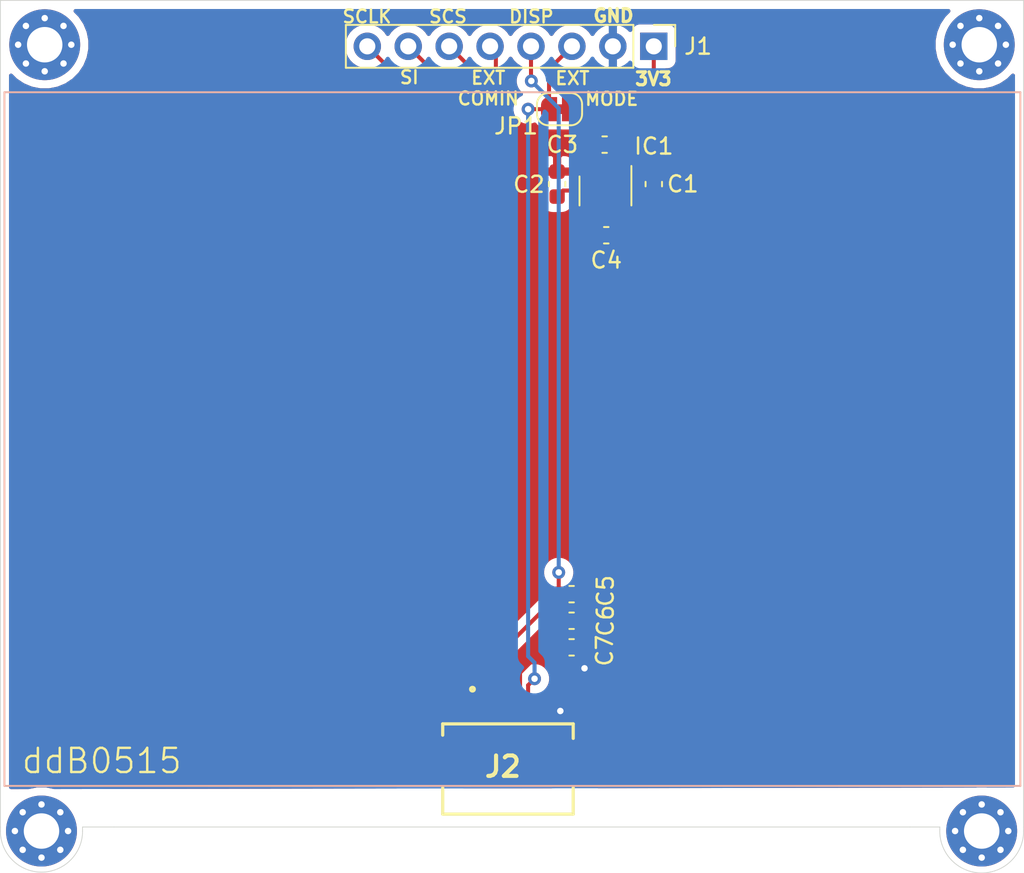
<source format=kicad_pcb>
(kicad_pcb (version 20171130) (host pcbnew 5.1.7-a382d34a8~88~ubuntu20.04.1)

  (general
    (thickness 1.6)
    (drawings 25)
    (tracks 73)
    (zones 0)
    (modules 15)
    (nets 12)
  )

  (page A4)
  (title_block
    (title "LS027B7DH01 Breakout board")
    (date 2020-12-22)
    (rev v1)
    (company ddB0515)
    (comment 1 "Uses 3.3V with LTC1517-5")
  )

  (layers
    (0 F.Cu signal)
    (31 B.Cu signal)
    (32 B.Adhes user)
    (33 F.Adhes user)
    (34 B.Paste user)
    (35 F.Paste user)
    (36 B.SilkS user)
    (37 F.SilkS user)
    (38 B.Mask user)
    (39 F.Mask user)
    (40 Dwgs.User user)
    (41 Cmts.User user)
    (42 Eco1.User user)
    (43 Eco2.User user)
    (44 Edge.Cuts user)
    (45 Margin user)
    (46 B.CrtYd user)
    (47 F.CrtYd user)
    (48 B.Fab user)
    (49 F.Fab user)
  )

  (setup
    (last_trace_width 0.25)
    (trace_clearance 0.2)
    (zone_clearance 0.508)
    (zone_45_only no)
    (trace_min 0.2)
    (via_size 0.8)
    (via_drill 0.4)
    (via_min_size 0.4)
    (via_min_drill 0.3)
    (uvia_size 0.3)
    (uvia_drill 0.1)
    (uvias_allowed no)
    (uvia_min_size 0.2)
    (uvia_min_drill 0.1)
    (edge_width 0.05)
    (segment_width 0.2)
    (pcb_text_width 0.3)
    (pcb_text_size 1.5 1.5)
    (mod_edge_width 0.12)
    (mod_text_size 1 1)
    (mod_text_width 0.15)
    (pad_size 1.524 1.524)
    (pad_drill 0.762)
    (pad_to_mask_clearance 0)
    (aux_axis_origin 0 0)
    (visible_elements FFFFFF7F)
    (pcbplotparams
      (layerselection 0x010fc_ffffffff)
      (usegerberextensions false)
      (usegerberattributes true)
      (usegerberadvancedattributes true)
      (creategerberjobfile true)
      (excludeedgelayer true)
      (linewidth 0.100000)
      (plotframeref false)
      (viasonmask false)
      (mode 1)
      (useauxorigin false)
      (hpglpennumber 1)
      (hpglpenspeed 20)
      (hpglpendiameter 15.000000)
      (psnegative false)
      (psa4output false)
      (plotreference true)
      (plotvalue true)
      (plotinvisibletext false)
      (padsonsilk false)
      (subtractmaskfromsilk false)
      (outputformat 1)
      (mirror false)
      (drillshape 0)
      (scaleselection 1)
      (outputdirectory "./Production"))
  )

  (net 0 "")
  (net 1 /GND)
  (net 2 /3V3)
  (net 3 /5V)
  (net 4 "Net-(C4-Pad2)")
  (net 5 "Net-(C4-Pad1)")
  (net 6 /DISP)
  (net 7 /EXTMODE)
  (net 8 /EXTCOMIN)
  (net 9 /SCS)
  (net 10 /SI)
  (net 11 /SCLK)

  (net_class Default "This is the default net class."
    (clearance 0.2)
    (trace_width 0.25)
    (via_dia 0.8)
    (via_drill 0.4)
    (uvia_dia 0.3)
    (uvia_drill 0.1)
    (add_net /3V3)
    (add_net /5V)
    (add_net /DISP)
    (add_net /EXTCOMIN)
    (add_net /EXTMODE)
    (add_net /GND)
    (add_net /SCLK)
    (add_net /SCS)
    (add_net /SI)
    (add_net "Net-(C4-Pad1)")
    (add_net "Net-(C4-Pad2)")
  )

  (module MountingHole:MountingHole_2.2mm_M2_Pad_Via (layer F.Cu) (tedit 56DDB9C7) (tstamp 5FCB5602)
    (at 89.15 83.55)
    (descr "Mounting Hole 2.2mm, M2")
    (tags "mounting hole 2.2mm m2")
    (path /5FCCB819)
    (attr virtual)
    (fp_text reference H4 (at 0 -3.2) (layer F.SilkS) hide
      (effects (font (size 1 1) (thickness 0.15)))
    )
    (fp_text value MountingHole (at 0 3.2) (layer F.Fab) hide
      (effects (font (size 1 1) (thickness 0.15)))
    )
    (fp_circle (center 0 0) (end 2.2 0) (layer Cmts.User) (width 0.15))
    (fp_circle (center 0 0) (end 2.45 0) (layer F.CrtYd) (width 0.05))
    (fp_text user %R (at 0.3 0) (layer F.Fab)
      (effects (font (size 1 1) (thickness 0.15)))
    )
    (pad 1 thru_hole circle (at 1.166726 -1.166726) (size 0.7 0.7) (drill 0.4) (layers *.Cu *.Mask))
    (pad 1 thru_hole circle (at 0 -1.65) (size 0.7 0.7) (drill 0.4) (layers *.Cu *.Mask))
    (pad 1 thru_hole circle (at -1.166726 -1.166726) (size 0.7 0.7) (drill 0.4) (layers *.Cu *.Mask))
    (pad 1 thru_hole circle (at -1.65 0) (size 0.7 0.7) (drill 0.4) (layers *.Cu *.Mask))
    (pad 1 thru_hole circle (at -1.166726 1.166726) (size 0.7 0.7) (drill 0.4) (layers *.Cu *.Mask))
    (pad 1 thru_hole circle (at 0 1.65) (size 0.7 0.7) (drill 0.4) (layers *.Cu *.Mask))
    (pad 1 thru_hole circle (at 1.166726 1.166726) (size 0.7 0.7) (drill 0.4) (layers *.Cu *.Mask))
    (pad 1 thru_hole circle (at 1.65 0) (size 0.7 0.7) (drill 0.4) (layers *.Cu *.Mask))
    (pad 1 thru_hole circle (at 0 0) (size 4.4 4.4) (drill 2.2) (layers *.Cu *.Mask))
  )

  (module Capacitor_SMD:C_0603_1608Metric (layer F.Cu) (tedit 5F68FEEE) (tstamp 5FCB2B63)
    (at 68.8 43.4 90)
    (descr "Capacitor SMD 0603 (1608 Metric), square (rectangular) end terminal, IPC_7351 nominal, (Body size source: IPC-SM-782 page 76, https://www.pcb-3d.com/wordpress/wp-content/uploads/ipc-sm-782a_amendment_1_and_2.pdf), generated with kicad-footprint-generator")
    (tags capacitor)
    (path /5FCADEB6)
    (attr smd)
    (fp_text reference C1 (at 0 1.8 180) (layer F.SilkS)
      (effects (font (size 1 1) (thickness 0.15)))
    )
    (fp_text value 3.3uF (at 0 1.43 90) (layer F.Fab) hide
      (effects (font (size 1 1) (thickness 0.15)))
    )
    (fp_line (start 1.48 0.73) (end -1.48 0.73) (layer F.CrtYd) (width 0.05))
    (fp_line (start 1.48 -0.73) (end 1.48 0.73) (layer F.CrtYd) (width 0.05))
    (fp_line (start -1.48 -0.73) (end 1.48 -0.73) (layer F.CrtYd) (width 0.05))
    (fp_line (start -1.48 0.73) (end -1.48 -0.73) (layer F.CrtYd) (width 0.05))
    (fp_line (start -0.14058 0.51) (end 0.14058 0.51) (layer F.SilkS) (width 0.12))
    (fp_line (start -0.14058 -0.51) (end 0.14058 -0.51) (layer F.SilkS) (width 0.12))
    (fp_line (start 0.8 0.4) (end -0.8 0.4) (layer F.Fab) (width 0.1))
    (fp_line (start 0.8 -0.4) (end 0.8 0.4) (layer F.Fab) (width 0.1))
    (fp_line (start -0.8 -0.4) (end 0.8 -0.4) (layer F.Fab) (width 0.1))
    (fp_line (start -0.8 0.4) (end -0.8 -0.4) (layer F.Fab) (width 0.1))
    (fp_text user %R (at 0 0 90) (layer F.Fab)
      (effects (font (size 0.4 0.4) (thickness 0.06)))
    )
    (pad 1 smd roundrect (at -0.775 0 90) (size 0.9 0.95) (layers F.Cu F.Paste F.Mask) (roundrect_rratio 0.25)
      (net 1 /GND))
    (pad 2 smd roundrect (at 0.775 0 90) (size 0.9 0.95) (layers F.Cu F.Paste F.Mask) (roundrect_rratio 0.25)
      (net 2 /3V3))
    (model ${KISYS3DMOD}/Capacitor_SMD.3dshapes/C_0603_1608Metric.wrl
      (at (xyz 0 0 0))
      (scale (xyz 1 1 1))
      (rotate (xyz 0 0 0))
    )
  )

  (module Capacitor_SMD:C_0603_1608Metric (layer F.Cu) (tedit 5F68FEEE) (tstamp 5FCB2B74)
    (at 62.8 43.4 90)
    (descr "Capacitor SMD 0603 (1608 Metric), square (rectangular) end terminal, IPC_7351 nominal, (Body size source: IPC-SM-782 page 76, https://www.pcb-3d.com/wordpress/wp-content/uploads/ipc-sm-782a_amendment_1_and_2.pdf), generated with kicad-footprint-generator")
    (tags capacitor)
    (path /5FCADB88)
    (attr smd)
    (fp_text reference C2 (at -0.025 -1.75 180) (layer F.SilkS)
      (effects (font (size 1 1) (thickness 0.15)))
    )
    (fp_text value 3.3uF (at 0 1.43 90) (layer F.Fab) hide
      (effects (font (size 1 1) (thickness 0.15)))
    )
    (fp_line (start -0.8 0.4) (end -0.8 -0.4) (layer F.Fab) (width 0.1))
    (fp_line (start -0.8 -0.4) (end 0.8 -0.4) (layer F.Fab) (width 0.1))
    (fp_line (start 0.8 -0.4) (end 0.8 0.4) (layer F.Fab) (width 0.1))
    (fp_line (start 0.8 0.4) (end -0.8 0.4) (layer F.Fab) (width 0.1))
    (fp_line (start -0.14058 -0.51) (end 0.14058 -0.51) (layer F.SilkS) (width 0.12))
    (fp_line (start -0.14058 0.51) (end 0.14058 0.51) (layer F.SilkS) (width 0.12))
    (fp_line (start -1.48 0.73) (end -1.48 -0.73) (layer F.CrtYd) (width 0.05))
    (fp_line (start -1.48 -0.73) (end 1.48 -0.73) (layer F.CrtYd) (width 0.05))
    (fp_line (start 1.48 -0.73) (end 1.48 0.73) (layer F.CrtYd) (width 0.05))
    (fp_line (start 1.48 0.73) (end -1.48 0.73) (layer F.CrtYd) (width 0.05))
    (fp_text user %R (at 0 0 90) (layer F.Fab)
      (effects (font (size 0.4 0.4) (thickness 0.06)))
    )
    (pad 2 smd roundrect (at 0.775 0 90) (size 0.9 0.95) (layers F.Cu F.Paste F.Mask) (roundrect_rratio 0.25)
      (net 3 /5V))
    (pad 1 smd roundrect (at -0.775 0 90) (size 0.9 0.95) (layers F.Cu F.Paste F.Mask) (roundrect_rratio 0.25)
      (net 1 /GND))
    (model ${KISYS3DMOD}/Capacitor_SMD.3dshapes/C_0603_1608Metric.wrl
      (at (xyz 0 0 0))
      (scale (xyz 1 1 1))
      (rotate (xyz 0 0 0))
    )
  )

  (module Capacitor_SMD:C_0603_1608Metric (layer F.Cu) (tedit 5F68FEEE) (tstamp 5FCB2B85)
    (at 65.75 40.95)
    (descr "Capacitor SMD 0603 (1608 Metric), square (rectangular) end terminal, IPC_7351 nominal, (Body size source: IPC-SM-782 page 76, https://www.pcb-3d.com/wordpress/wp-content/uploads/ipc-sm-782a_amendment_1_and_2.pdf), generated with kicad-footprint-generator")
    (tags capacitor)
    (path /5FCADDF2)
    (attr smd)
    (fp_text reference C3 (at -2.625 0) (layer F.SilkS)
      (effects (font (size 1 1) (thickness 0.15)))
    )
    (fp_text value 3.3uF (at 0 1.43) (layer F.Fab) hide
      (effects (font (size 1 1) (thickness 0.15)))
    )
    (fp_line (start 1.48 0.73) (end -1.48 0.73) (layer F.CrtYd) (width 0.05))
    (fp_line (start 1.48 -0.73) (end 1.48 0.73) (layer F.CrtYd) (width 0.05))
    (fp_line (start -1.48 -0.73) (end 1.48 -0.73) (layer F.CrtYd) (width 0.05))
    (fp_line (start -1.48 0.73) (end -1.48 -0.73) (layer F.CrtYd) (width 0.05))
    (fp_line (start -0.14058 0.51) (end 0.14058 0.51) (layer F.SilkS) (width 0.12))
    (fp_line (start -0.14058 -0.51) (end 0.14058 -0.51) (layer F.SilkS) (width 0.12))
    (fp_line (start 0.8 0.4) (end -0.8 0.4) (layer F.Fab) (width 0.1))
    (fp_line (start 0.8 -0.4) (end 0.8 0.4) (layer F.Fab) (width 0.1))
    (fp_line (start -0.8 -0.4) (end 0.8 -0.4) (layer F.Fab) (width 0.1))
    (fp_line (start -0.8 0.4) (end -0.8 -0.4) (layer F.Fab) (width 0.1))
    (fp_text user %R (at 0 0) (layer F.Fab)
      (effects (font (size 0.4 0.4) (thickness 0.06)))
    )
    (pad 1 smd roundrect (at -0.775 0) (size 0.9 0.95) (layers F.Cu F.Paste F.Mask) (roundrect_rratio 0.25)
      (net 3 /5V))
    (pad 2 smd roundrect (at 0.775 0) (size 0.9 0.95) (layers F.Cu F.Paste F.Mask) (roundrect_rratio 0.25)
      (net 1 /GND))
    (model ${KISYS3DMOD}/Capacitor_SMD.3dshapes/C_0603_1608Metric.wrl
      (at (xyz 0 0 0))
      (scale (xyz 1 1 1))
      (rotate (xyz 0 0 0))
    )
  )

  (module Capacitor_SMD:C_0603_1608Metric (layer F.Cu) (tedit 5F68FEEE) (tstamp 5FCB3C99)
    (at 65.85 46.575)
    (descr "Capacitor SMD 0603 (1608 Metric), square (rectangular) end terminal, IPC_7351 nominal, (Body size source: IPC-SM-782 page 76, https://www.pcb-3d.com/wordpress/wp-content/uploads/ipc-sm-782a_amendment_1_and_2.pdf), generated with kicad-footprint-generator")
    (tags capacitor)
    (path /5FCAE48D)
    (attr smd)
    (fp_text reference C4 (at 0 1.55) (layer F.SilkS)
      (effects (font (size 1 1) (thickness 0.15)))
    )
    (fp_text value 0.1uF (at 0 1.43) (layer F.Fab) hide
      (effects (font (size 1 1) (thickness 0.15)))
    )
    (fp_line (start -0.8 0.4) (end -0.8 -0.4) (layer F.Fab) (width 0.1))
    (fp_line (start -0.8 -0.4) (end 0.8 -0.4) (layer F.Fab) (width 0.1))
    (fp_line (start 0.8 -0.4) (end 0.8 0.4) (layer F.Fab) (width 0.1))
    (fp_line (start 0.8 0.4) (end -0.8 0.4) (layer F.Fab) (width 0.1))
    (fp_line (start -0.14058 -0.51) (end 0.14058 -0.51) (layer F.SilkS) (width 0.12))
    (fp_line (start -0.14058 0.51) (end 0.14058 0.51) (layer F.SilkS) (width 0.12))
    (fp_line (start -1.48 0.73) (end -1.48 -0.73) (layer F.CrtYd) (width 0.05))
    (fp_line (start -1.48 -0.73) (end 1.48 -0.73) (layer F.CrtYd) (width 0.05))
    (fp_line (start 1.48 -0.73) (end 1.48 0.73) (layer F.CrtYd) (width 0.05))
    (fp_line (start 1.48 0.73) (end -1.48 0.73) (layer F.CrtYd) (width 0.05))
    (fp_text user %R (at 0 0) (layer F.Fab)
      (effects (font (size 0.4 0.4) (thickness 0.06)))
    )
    (pad 2 smd roundrect (at 0.775 0) (size 0.9 0.95) (layers F.Cu F.Paste F.Mask) (roundrect_rratio 0.25)
      (net 4 "Net-(C4-Pad2)"))
    (pad 1 smd roundrect (at -0.775 0) (size 0.9 0.95) (layers F.Cu F.Paste F.Mask) (roundrect_rratio 0.25)
      (net 5 "Net-(C4-Pad1)"))
    (model ${KISYS3DMOD}/Capacitor_SMD.3dshapes/C_0603_1608Metric.wrl
      (at (xyz 0 0 0))
      (scale (xyz 1 1 1))
      (rotate (xyz 0 0 0))
    )
  )

  (module Capacitor_SMD:C_0603_1608Metric (layer F.Cu) (tedit 5F68FEEE) (tstamp 5FCB4D49)
    (at 63.7 68.85 180)
    (descr "Capacitor SMD 0603 (1608 Metric), square (rectangular) end terminal, IPC_7351 nominal, (Body size source: IPC-SM-782 page 76, https://www.pcb-3d.com/wordpress/wp-content/uploads/ipc-sm-782a_amendment_1_and_2.pdf), generated with kicad-footprint-generator")
    (tags capacitor)
    (path /5FCAB224)
    (attr smd)
    (fp_text reference C5 (at -2.1 0.2 270) (layer F.SilkS)
      (effects (font (size 1 1) (thickness 0.15)))
    )
    (fp_text value 0.1uF (at 0 1.43) (layer F.Fab) hide
      (effects (font (size 1 1) (thickness 0.15)))
    )
    (fp_line (start -0.8 0.4) (end -0.8 -0.4) (layer F.Fab) (width 0.1))
    (fp_line (start -0.8 -0.4) (end 0.8 -0.4) (layer F.Fab) (width 0.1))
    (fp_line (start 0.8 -0.4) (end 0.8 0.4) (layer F.Fab) (width 0.1))
    (fp_line (start 0.8 0.4) (end -0.8 0.4) (layer F.Fab) (width 0.1))
    (fp_line (start -0.14058 -0.51) (end 0.14058 -0.51) (layer F.SilkS) (width 0.12))
    (fp_line (start -0.14058 0.51) (end 0.14058 0.51) (layer F.SilkS) (width 0.12))
    (fp_line (start -1.48 0.73) (end -1.48 -0.73) (layer F.CrtYd) (width 0.05))
    (fp_line (start -1.48 -0.73) (end 1.48 -0.73) (layer F.CrtYd) (width 0.05))
    (fp_line (start 1.48 -0.73) (end 1.48 0.73) (layer F.CrtYd) (width 0.05))
    (fp_line (start 1.48 0.73) (end -1.48 0.73) (layer F.CrtYd) (width 0.05))
    (fp_text user %R (at 0 0) (layer F.Fab)
      (effects (font (size 0.4 0.4) (thickness 0.06)))
    )
    (pad 2 smd roundrect (at 0.775 0 180) (size 0.9 0.95) (layers F.Cu F.Paste F.Mask) (roundrect_rratio 0.25)
      (net 6 /DISP))
    (pad 1 smd roundrect (at -0.775 0 180) (size 0.9 0.95) (layers F.Cu F.Paste F.Mask) (roundrect_rratio 0.25)
      (net 1 /GND))
    (model ${KISYS3DMOD}/Capacitor_SMD.3dshapes/C_0603_1608Metric.wrl
      (at (xyz 0 0 0))
      (scale (xyz 1 1 1))
      (rotate (xyz 0 0 0))
    )
  )

  (module Capacitor_SMD:C_0603_1608Metric (layer F.Cu) (tedit 5F68FEEE) (tstamp 5FCB4D19)
    (at 63.7 70.5)
    (descr "Capacitor SMD 0603 (1608 Metric), square (rectangular) end terminal, IPC_7351 nominal, (Body size source: IPC-SM-782 page 76, https://www.pcb-3d.com/wordpress/wp-content/uploads/ipc-sm-782a_amendment_1_and_2.pdf), generated with kicad-footprint-generator")
    (tags capacitor)
    (path /5FCAAEFF)
    (attr smd)
    (fp_text reference C6 (at 2.1 0 270) (layer F.SilkS)
      (effects (font (size 1 1) (thickness 0.15)))
    )
    (fp_text value 0.1uF (at 0 1.43) (layer F.Fab) hide
      (effects (font (size 1 1) (thickness 0.15)))
    )
    (fp_line (start 1.48 0.73) (end -1.48 0.73) (layer F.CrtYd) (width 0.05))
    (fp_line (start 1.48 -0.73) (end 1.48 0.73) (layer F.CrtYd) (width 0.05))
    (fp_line (start -1.48 -0.73) (end 1.48 -0.73) (layer F.CrtYd) (width 0.05))
    (fp_line (start -1.48 0.73) (end -1.48 -0.73) (layer F.CrtYd) (width 0.05))
    (fp_line (start -0.14058 0.51) (end 0.14058 0.51) (layer F.SilkS) (width 0.12))
    (fp_line (start -0.14058 -0.51) (end 0.14058 -0.51) (layer F.SilkS) (width 0.12))
    (fp_line (start 0.8 0.4) (end -0.8 0.4) (layer F.Fab) (width 0.1))
    (fp_line (start 0.8 -0.4) (end 0.8 0.4) (layer F.Fab) (width 0.1))
    (fp_line (start -0.8 -0.4) (end 0.8 -0.4) (layer F.Fab) (width 0.1))
    (fp_line (start -0.8 0.4) (end -0.8 -0.4) (layer F.Fab) (width 0.1))
    (fp_text user %R (at 0 0) (layer F.Fab)
      (effects (font (size 0.4 0.4) (thickness 0.06)))
    )
    (pad 1 smd roundrect (at -0.775 0) (size 0.9 0.95) (layers F.Cu F.Paste F.Mask) (roundrect_rratio 0.25)
      (net 3 /5V))
    (pad 2 smd roundrect (at 0.775 0) (size 0.9 0.95) (layers F.Cu F.Paste F.Mask) (roundrect_rratio 0.25)
      (net 1 /GND))
    (model ${KISYS3DMOD}/Capacitor_SMD.3dshapes/C_0603_1608Metric.wrl
      (at (xyz 0 0 0))
      (scale (xyz 1 1 1))
      (rotate (xyz 0 0 0))
    )
  )

  (module Capacitor_SMD:C_0603_1608Metric (layer F.Cu) (tedit 5F68FEEE) (tstamp 5FCB4CE9)
    (at 63.7 72.15)
    (descr "Capacitor SMD 0603 (1608 Metric), square (rectangular) end terminal, IPC_7351 nominal, (Body size source: IPC-SM-782 page 76, https://www.pcb-3d.com/wordpress/wp-content/uploads/ipc-sm-782a_amendment_1_and_2.pdf), generated with kicad-footprint-generator")
    (tags capacitor)
    (path /5FCAB50D)
    (attr smd)
    (fp_text reference C7 (at 2.05 0.2 270) (layer F.SilkS)
      (effects (font (size 1 1) (thickness 0.15)))
    )
    (fp_text value 1uF (at 0 1.43) (layer F.Fab) hide
      (effects (font (size 1 1) (thickness 0.15)))
    )
    (fp_line (start 1.48 0.73) (end -1.48 0.73) (layer F.CrtYd) (width 0.05))
    (fp_line (start 1.48 -0.73) (end 1.48 0.73) (layer F.CrtYd) (width 0.05))
    (fp_line (start -1.48 -0.73) (end 1.48 -0.73) (layer F.CrtYd) (width 0.05))
    (fp_line (start -1.48 0.73) (end -1.48 -0.73) (layer F.CrtYd) (width 0.05))
    (fp_line (start -0.14058 0.51) (end 0.14058 0.51) (layer F.SilkS) (width 0.12))
    (fp_line (start -0.14058 -0.51) (end 0.14058 -0.51) (layer F.SilkS) (width 0.12))
    (fp_line (start 0.8 0.4) (end -0.8 0.4) (layer F.Fab) (width 0.1))
    (fp_line (start 0.8 -0.4) (end 0.8 0.4) (layer F.Fab) (width 0.1))
    (fp_line (start -0.8 -0.4) (end 0.8 -0.4) (layer F.Fab) (width 0.1))
    (fp_line (start -0.8 0.4) (end -0.8 -0.4) (layer F.Fab) (width 0.1))
    (fp_text user %R (at 0 0) (layer F.Fab)
      (effects (font (size 0.4 0.4) (thickness 0.06)))
    )
    (pad 1 smd roundrect (at -0.775 0) (size 0.9 0.95) (layers F.Cu F.Paste F.Mask) (roundrect_rratio 0.25)
      (net 3 /5V))
    (pad 2 smd roundrect (at 0.775 0) (size 0.9 0.95) (layers F.Cu F.Paste F.Mask) (roundrect_rratio 0.25)
      (net 1 /GND))
    (model ${KISYS3DMOD}/Capacitor_SMD.3dshapes/C_0603_1608Metric.wrl
      (at (xyz 0 0 0))
      (scale (xyz 1 1 1))
      (rotate (xyz 0 0 0))
    )
  )

  (module Package_TO_SOT_SMD:SOT-23-5 (layer F.Cu) (tedit 5A02FF57) (tstamp 5FCB2C1E)
    (at 65.8 43.825 270)
    (descr "5-pin SOT23 package")
    (tags SOT-23-5)
    (path /5FCABA8C)
    (attr smd)
    (fp_text reference IC1 (at -2.775 -3 180) (layer F.SilkS)
      (effects (font (size 1 1) (thickness 0.15)))
    )
    (fp_text value LTC1517CS5-5 (at 0 2.9 90) (layer F.Fab) hide
      (effects (font (size 1 1) (thickness 0.15)))
    )
    (fp_line (start 0.9 -1.55) (end 0.9 1.55) (layer F.Fab) (width 0.1))
    (fp_line (start 0.9 1.55) (end -0.9 1.55) (layer F.Fab) (width 0.1))
    (fp_line (start -0.9 -0.9) (end -0.9 1.55) (layer F.Fab) (width 0.1))
    (fp_line (start 0.9 -1.55) (end -0.25 -1.55) (layer F.Fab) (width 0.1))
    (fp_line (start -0.9 -0.9) (end -0.25 -1.55) (layer F.Fab) (width 0.1))
    (fp_line (start -1.9 1.8) (end -1.9 -1.8) (layer F.CrtYd) (width 0.05))
    (fp_line (start 1.9 1.8) (end -1.9 1.8) (layer F.CrtYd) (width 0.05))
    (fp_line (start 1.9 -1.8) (end 1.9 1.8) (layer F.CrtYd) (width 0.05))
    (fp_line (start -1.9 -1.8) (end 1.9 -1.8) (layer F.CrtYd) (width 0.05))
    (fp_line (start 0.9 -1.61) (end -1.55 -1.61) (layer F.SilkS) (width 0.12))
    (fp_line (start -0.9 1.61) (end 0.9 1.61) (layer F.SilkS) (width 0.12))
    (fp_text user %R (at 0 0) (layer F.Fab)
      (effects (font (size 0.5 0.5) (thickness 0.075)))
    )
    (pad 1 smd rect (at -1.1 -0.95 270) (size 1.06 0.65) (layers F.Cu F.Paste F.Mask)
      (net 2 /3V3))
    (pad 2 smd rect (at -1.1 0 270) (size 1.06 0.65) (layers F.Cu F.Paste F.Mask)
      (net 1 /GND))
    (pad 3 smd rect (at -1.1 0.95 270) (size 1.06 0.65) (layers F.Cu F.Paste F.Mask)
      (net 3 /5V))
    (pad 4 smd rect (at 1.1 0.95 270) (size 1.06 0.65) (layers F.Cu F.Paste F.Mask)
      (net 5 "Net-(C4-Pad1)"))
    (pad 5 smd rect (at 1.1 -0.95 270) (size 1.06 0.65) (layers F.Cu F.Paste F.Mask)
      (net 4 "Net-(C4-Pad2)"))
    (model ${KISYS3DMOD}/Package_TO_SOT_SMD.3dshapes/SOT-23-5.wrl
      (at (xyz 0 0 0))
      (scale (xyz 1 1 1))
      (rotate (xyz 0 0 0))
    )
  )

  (module Connector_PinHeader_2.54mm:PinHeader_1x08_P2.54mm_Vertical locked (layer F.Cu) (tedit 59FED5CC) (tstamp 5FCB45AC)
    (at 68.8 34.85 270)
    (descr "Through hole straight pin header, 1x08, 2.54mm pitch, single row")
    (tags "Through hole pin header THT 1x08 2.54mm single row")
    (path /5FCABC96)
    (fp_text reference J1 (at 0 -2.75 180) (layer F.SilkS)
      (effects (font (size 1 1) (thickness 0.15)))
    )
    (fp_text value "CONTROL CONNECTOR" (at -2 9.75 180) (layer F.Fab) hide
      (effects (font (size 1 1) (thickness 0.15)))
    )
    (fp_line (start 1.8 -1.8) (end -1.8 -1.8) (layer F.CrtYd) (width 0.05))
    (fp_line (start 1.8 19.55) (end 1.8 -1.8) (layer F.CrtYd) (width 0.05))
    (fp_line (start -1.8 19.55) (end 1.8 19.55) (layer F.CrtYd) (width 0.05))
    (fp_line (start -1.8 -1.8) (end -1.8 19.55) (layer F.CrtYd) (width 0.05))
    (fp_line (start -1.33 -1.33) (end 0 -1.33) (layer F.SilkS) (width 0.12))
    (fp_line (start -1.33 0) (end -1.33 -1.33) (layer F.SilkS) (width 0.12))
    (fp_line (start -1.33 1.27) (end 1.33 1.27) (layer F.SilkS) (width 0.12))
    (fp_line (start 1.33 1.27) (end 1.33 19.11) (layer F.SilkS) (width 0.12))
    (fp_line (start -1.33 1.27) (end -1.33 19.11) (layer F.SilkS) (width 0.12))
    (fp_line (start -1.33 19.11) (end 1.33 19.11) (layer F.SilkS) (width 0.12))
    (fp_line (start -1.27 -0.635) (end -0.635 -1.27) (layer F.Fab) (width 0.1))
    (fp_line (start -1.27 19.05) (end -1.27 -0.635) (layer F.Fab) (width 0.1))
    (fp_line (start 1.27 19.05) (end -1.27 19.05) (layer F.Fab) (width 0.1))
    (fp_line (start 1.27 -1.27) (end 1.27 19.05) (layer F.Fab) (width 0.1))
    (fp_line (start -0.635 -1.27) (end 1.27 -1.27) (layer F.Fab) (width 0.1))
    (fp_text user %R (at 0 8.89) (layer F.Fab)
      (effects (font (size 1 1) (thickness 0.15)))
    )
    (pad 1 thru_hole rect (at 0 0 270) (size 1.7 1.7) (drill 1) (layers *.Cu *.Mask)
      (net 2 /3V3))
    (pad 2 thru_hole oval (at 0 2.54 270) (size 1.7 1.7) (drill 1) (layers *.Cu *.Mask)
      (net 1 /GND))
    (pad 3 thru_hole oval (at 0 5.08 270) (size 1.7 1.7) (drill 1) (layers *.Cu *.Mask)
      (net 7 /EXTMODE))
    (pad 4 thru_hole oval (at 0 7.62 270) (size 1.7 1.7) (drill 1) (layers *.Cu *.Mask)
      (net 6 /DISP))
    (pad 5 thru_hole oval (at 0 10.16 270) (size 1.7 1.7) (drill 1) (layers *.Cu *.Mask)
      (net 8 /EXTCOMIN))
    (pad 6 thru_hole oval (at 0 12.7 270) (size 1.7 1.7) (drill 1) (layers *.Cu *.Mask)
      (net 9 /SCS))
    (pad 7 thru_hole oval (at 0 15.24 270) (size 1.7 1.7) (drill 1) (layers *.Cu *.Mask)
      (net 10 /SI))
    (pad 8 thru_hole oval (at 0 17.78 270) (size 1.7 1.7) (drill 1) (layers *.Cu *.Mask)
      (net 11 /SCLK))
    (model ${KISYS3DMOD}/Connector_PinHeader_2.54mm.3dshapes/PinHeader_1x08_P2.54mm_Vertical.wrl
      (at (xyz 0 0 0))
      (scale (xyz 1 1 1))
      (rotate (xyz 0 0 0))
    )
  )

  (module Connectors_pretty:FH12-10S-0.5SH_55 locked (layer F.Cu) (tedit 5FCAC285) (tstamp 5FCB4765)
    (at 59.75 76.1)
    (descr "FH12-10S-0.5SH(55)")
    (tags Connector)
    (path /5FC43545)
    (attr smd)
    (fp_text reference J2 (at -0.31509 3.45389) (layer F.SilkS)
      (effects (font (size 1.27 1.27) (thickness 0.254)))
    )
    (fp_text value LS027B7DH01 (at -0.31509 3.45389) (layer F.SilkS) hide
      (effects (font (size 1.27 1.27) (thickness 0.254)))
    )
    (fp_circle (center -2.203 -1.353) (end -2.203 -1.23984) (layer F.SilkS) (width 0.2))
    (fp_line (start 4.05 0.8) (end 4.05 1.7) (layer F.SilkS) (width 0.2))
    (fp_line (start -4.05 0.8) (end -4.05 1.5) (layer F.SilkS) (width 0.2))
    (fp_line (start -4.05 0.8) (end 4.05 0.8) (layer F.SilkS) (width 0.2))
    (fp_line (start 4.05 6.4) (end 4.05 4.76) (layer F.SilkS) (width 0.2))
    (fp_line (start -4.05 6.4) (end -4.05 4.76) (layer F.SilkS) (width 0.2))
    (fp_line (start -4.05 6.4) (end 4.05 6.4) (layer F.SilkS) (width 0.2))
    (fp_line (start -4.05 6.4) (end -4.05 0.8) (layer F.Fab) (width 0.2))
    (fp_line (start 4.05 6.4) (end -4.05 6.4) (layer F.Fab) (width 0.2))
    (fp_line (start 4.05 0.8) (end 4.05 6.4) (layer F.Fab) (width 0.2))
    (fp_line (start -4.05 0.8) (end 4.05 0.8) (layer F.Fab) (width 0.2))
    (fp_text user %R (at -0.31509 3.45389) (layer F.Fab)
      (effects (font (size 1.27 1.27) (thickness 0.254)))
    )
    (pad 12 smd rect (at 4.15 3.25) (size 1.8 2.2) (layers F.Cu F.Paste F.Mask))
    (pad 11 smd rect (at -4.15 3.25) (size 1.8 2.2) (layers F.Cu F.Paste F.Mask))
    (pad 10 smd rect (at 2.25 0) (size 0.3 1.3) (layers F.Cu F.Paste F.Mask)
      (net 1 /GND))
    (pad 9 smd rect (at 1.75 0) (size 0.3 1.3) (layers F.Cu F.Paste F.Mask)
      (net 1 /GND))
    (pad 8 smd rect (at 1.25 0) (size 0.3 1.3) (layers F.Cu F.Paste F.Mask)
      (net 7 /EXTMODE))
    (pad 7 smd rect (at 0.75 0) (size 0.3 1.3) (layers F.Cu F.Paste F.Mask)
      (net 3 /5V))
    (pad 6 smd rect (at 0.25 0) (size 0.3 1.3) (layers F.Cu F.Paste F.Mask)
      (net 3 /5V))
    (pad 5 smd rect (at -0.25 0) (size 0.3 1.3) (layers F.Cu F.Paste F.Mask)
      (net 6 /DISP))
    (pad 4 smd rect (at -0.75 0) (size 0.3 1.3) (layers F.Cu F.Paste F.Mask)
      (net 8 /EXTCOMIN))
    (pad 3 smd rect (at -1.25 0) (size 0.3 1.3) (layers F.Cu F.Paste F.Mask)
      (net 9 /SCS))
    (pad 2 smd rect (at -1.75 0) (size 0.3 1.3) (layers F.Cu F.Paste F.Mask)
      (net 10 /SI))
    (pad 1 smd rect (at -2.25 0) (size 0.3 1.3) (layers F.Cu F.Paste F.Mask)
      (net 11 /SCLK))
    (model ${KIPRJMOD}/kicad-libs/Connectors.pretty/FH12-10S-0.5SH_55.stp
      (offset (xyz -10.7 -4.1 2))
      (scale (xyz 1 1 1))
      (rotate (xyz 0 90 -180))
    )
  )

  (module Jumper:SolderJumper-2_P1.3mm_Bridged_RoundedPad1.0x1.5mm (layer F.Cu) (tedit 5C745284) (tstamp 5FCB3A9F)
    (at 62.95 38.75)
    (descr "SMD Solder Jumper, 1x1.5mm, rounded Pads, 0.3mm gap, bridged with 1 copper strip")
    (tags "solder jumper open")
    (path /5FCBBDD1)
    (attr virtual)
    (fp_text reference JP1 (at -2.7 1.05) (layer F.SilkS)
      (effects (font (size 1 1) (thickness 0.15)))
    )
    (fp_text value "CUT FOR DIRECT PIN DRIVE" (at 12.2 0) (layer F.Fab) hide
      (effects (font (size 1 1) (thickness 0.15)))
    )
    (fp_poly (pts (xy 0.25 -0.3) (xy -0.25 -0.3) (xy -0.25 0.3) (xy 0.25 0.3)) (layer F.Cu) (width 0))
    (fp_line (start 1.65 1.25) (end -1.65 1.25) (layer F.CrtYd) (width 0.05))
    (fp_line (start 1.65 1.25) (end 1.65 -1.25) (layer F.CrtYd) (width 0.05))
    (fp_line (start -1.65 -1.25) (end -1.65 1.25) (layer F.CrtYd) (width 0.05))
    (fp_line (start -1.65 -1.25) (end 1.65 -1.25) (layer F.CrtYd) (width 0.05))
    (fp_line (start -0.7 -1) (end 0.7 -1) (layer F.SilkS) (width 0.12))
    (fp_line (start 1.4 -0.3) (end 1.4 0.3) (layer F.SilkS) (width 0.12))
    (fp_line (start 0.7 1) (end -0.7 1) (layer F.SilkS) (width 0.12))
    (fp_line (start -1.4 0.3) (end -1.4 -0.3) (layer F.SilkS) (width 0.12))
    (fp_arc (start 0.7 -0.3) (end 1.4 -0.3) (angle -90) (layer F.SilkS) (width 0.12))
    (fp_arc (start 0.7 0.3) (end 0.7 1) (angle -90) (layer F.SilkS) (width 0.12))
    (fp_arc (start -0.7 0.3) (end -1.4 0.3) (angle -90) (layer F.SilkS) (width 0.12))
    (fp_arc (start -0.7 -0.3) (end -0.7 -1) (angle -90) (layer F.SilkS) (width 0.12))
    (pad 2 smd custom (at 0.65 0) (size 1 0.5) (layers F.Cu F.Mask)
      (net 1 /GND) (zone_connect 2)
      (options (clearance outline) (anchor rect))
      (primitives
        (gr_circle (center 0 0.25) (end 0.5 0.25) (width 0))
        (gr_circle (center 0 -0.25) (end 0.5 -0.25) (width 0))
        (gr_poly (pts
           (xy 0 -0.75) (xy -0.5 -0.75) (xy -0.5 0.75) (xy 0 0.75)) (width 0))
      ))
    (pad 1 smd custom (at -0.65 0) (size 1 0.5) (layers F.Cu F.Mask)
      (net 7 /EXTMODE) (zone_connect 2)
      (options (clearance outline) (anchor rect))
      (primitives
        (gr_circle (center 0 0.25) (end 0.5 0.25) (width 0))
        (gr_circle (center 0 -0.25) (end 0.5 -0.25) (width 0))
        (gr_poly (pts
           (xy 0 -0.75) (xy 0.5 -0.75) (xy 0.5 0.75) (xy 0 0.75)) (width 0))
      ))
  )

  (module MountingHole:MountingHole_2.2mm_M2_Pad_Via (layer F.Cu) (tedit 56DDB9C7) (tstamp 5FCB55B6)
    (at 31 34.75)
    (descr "Mounting Hole 2.2mm, M2")
    (tags "mounting hole 2.2mm m2")
    (path /5FCCB04B)
    (attr virtual)
    (fp_text reference H1 (at 0 -3.2) (layer F.SilkS) hide
      (effects (font (size 1 1) (thickness 0.15)))
    )
    (fp_text value MountingHole (at 0 3.2) (layer F.Fab) hide
      (effects (font (size 1 1) (thickness 0.15)))
    )
    (fp_circle (center 0 0) (end 2.45 0) (layer F.CrtYd) (width 0.05))
    (fp_circle (center 0 0) (end 2.2 0) (layer Cmts.User) (width 0.15))
    (fp_text user %R (at 0.3 0) (layer F.Fab)
      (effects (font (size 1 1) (thickness 0.15)))
    )
    (pad 1 thru_hole circle (at 0 0) (size 4.4 4.4) (drill 2.2) (layers *.Cu *.Mask))
    (pad 1 thru_hole circle (at 1.65 0) (size 0.7 0.7) (drill 0.4) (layers *.Cu *.Mask))
    (pad 1 thru_hole circle (at 1.166726 1.166726) (size 0.7 0.7) (drill 0.4) (layers *.Cu *.Mask))
    (pad 1 thru_hole circle (at 0 1.65) (size 0.7 0.7) (drill 0.4) (layers *.Cu *.Mask))
    (pad 1 thru_hole circle (at -1.166726 1.166726) (size 0.7 0.7) (drill 0.4) (layers *.Cu *.Mask))
    (pad 1 thru_hole circle (at -1.65 0) (size 0.7 0.7) (drill 0.4) (layers *.Cu *.Mask))
    (pad 1 thru_hole circle (at -1.166726 -1.166726) (size 0.7 0.7) (drill 0.4) (layers *.Cu *.Mask))
    (pad 1 thru_hole circle (at 0 -1.65) (size 0.7 0.7) (drill 0.4) (layers *.Cu *.Mask))
    (pad 1 thru_hole circle (at 1.166726 -1.166726) (size 0.7 0.7) (drill 0.4) (layers *.Cu *.Mask))
  )

  (module MountingHole:MountingHole_2.2mm_M2_Pad_Via (layer F.Cu) (tedit 56DDB9C7) (tstamp 5FCB569A)
    (at 89 34.75)
    (descr "Mounting Hole 2.2mm, M2")
    (tags "mounting hole 2.2mm m2")
    (path /5FCCB241)
    (attr virtual)
    (fp_text reference H2 (at 0 -3.2) (layer F.SilkS) hide
      (effects (font (size 1 1) (thickness 0.15)))
    )
    (fp_text value MountingHole (at 0 3.2) (layer F.Fab) hide
      (effects (font (size 1 1) (thickness 0.15)))
    )
    (fp_circle (center 0 0) (end 2.2 0) (layer Cmts.User) (width 0.15))
    (fp_circle (center 0 0) (end 2.45 0) (layer F.CrtYd) (width 0.05))
    (fp_text user %R (at 0.3 0) (layer F.Fab)
      (effects (font (size 1 1) (thickness 0.15)))
    )
    (pad 1 thru_hole circle (at 1.166726 -1.166726) (size 0.7 0.7) (drill 0.4) (layers *.Cu *.Mask))
    (pad 1 thru_hole circle (at 0 -1.65) (size 0.7 0.7) (drill 0.4) (layers *.Cu *.Mask))
    (pad 1 thru_hole circle (at -1.166726 -1.166726) (size 0.7 0.7) (drill 0.4) (layers *.Cu *.Mask))
    (pad 1 thru_hole circle (at -1.65 0) (size 0.7 0.7) (drill 0.4) (layers *.Cu *.Mask))
    (pad 1 thru_hole circle (at -1.166726 1.166726) (size 0.7 0.7) (drill 0.4) (layers *.Cu *.Mask))
    (pad 1 thru_hole circle (at 0 1.65) (size 0.7 0.7) (drill 0.4) (layers *.Cu *.Mask))
    (pad 1 thru_hole circle (at 1.166726 1.166726) (size 0.7 0.7) (drill 0.4) (layers *.Cu *.Mask))
    (pad 1 thru_hole circle (at 1.65 0) (size 0.7 0.7) (drill 0.4) (layers *.Cu *.Mask))
    (pad 1 thru_hole circle (at 0 0) (size 4.4 4.4) (drill 2.2) (layers *.Cu *.Mask))
  )

  (module MountingHole:MountingHole_2.2mm_M2_Pad_Via (layer F.Cu) (tedit 56DDB9C7) (tstamp 5FCB556A)
    (at 30.8 83.55)
    (descr "Mounting Hole 2.2mm, M2")
    (tags "mounting hole 2.2mm m2")
    (path /5FCCB40E)
    (attr virtual)
    (fp_text reference H3 (at 0 -3.2) (layer F.SilkS) hide
      (effects (font (size 1 1) (thickness 0.15)))
    )
    (fp_text value MountingHole (at 0 3.2) (layer F.Fab) hide
      (effects (font (size 1 1) (thickness 0.15)))
    )
    (fp_circle (center 0 0) (end 2.45 0) (layer F.CrtYd) (width 0.05))
    (fp_circle (center 0 0) (end 2.2 0) (layer Cmts.User) (width 0.15))
    (fp_text user %R (at 0.3 0) (layer F.Fab)
      (effects (font (size 1 1) (thickness 0.15)))
    )
    (pad 1 thru_hole circle (at 0 0) (size 4.4 4.4) (drill 2.2) (layers *.Cu *.Mask))
    (pad 1 thru_hole circle (at 1.65 0) (size 0.7 0.7) (drill 0.4) (layers *.Cu *.Mask))
    (pad 1 thru_hole circle (at 1.166726 1.166726) (size 0.7 0.7) (drill 0.4) (layers *.Cu *.Mask))
    (pad 1 thru_hole circle (at 0 1.65) (size 0.7 0.7) (drill 0.4) (layers *.Cu *.Mask))
    (pad 1 thru_hole circle (at -1.166726 1.166726) (size 0.7 0.7) (drill 0.4) (layers *.Cu *.Mask))
    (pad 1 thru_hole circle (at -1.65 0) (size 0.7 0.7) (drill 0.4) (layers *.Cu *.Mask))
    (pad 1 thru_hole circle (at -1.166726 -1.166726) (size 0.7 0.7) (drill 0.4) (layers *.Cu *.Mask))
    (pad 1 thru_hole circle (at 0 -1.65) (size 0.7 0.7) (drill 0.4) (layers *.Cu *.Mask))
    (pad 1 thru_hole circle (at 1.166726 -1.166726) (size 0.7 0.7) (drill 0.4) (layers *.Cu *.Mask))
  )

  (gr_text ddB0515 (at 34.54 79.2) (layer F.SilkS)
    (effects (font (size 1.5 1.5) (thickness 0.15)))
  )
  (gr_text SCLK (at 51 33) (layer F.SilkS)
    (effects (font (size 0.8 0.8) (thickness 0.15)))
  )
  (gr_text SI (at 53.625 36.775) (layer F.SilkS)
    (effects (font (size 0.8 0.8) (thickness 0.15)))
  )
  (gr_text SCS (at 56.025 33) (layer F.SilkS)
    (effects (font (size 0.8 0.8) (thickness 0.15)))
  )
  (gr_text "EXT\nCOMIN\n" (at 58.525 37.45) (layer F.SilkS)
    (effects (font (size 0.8 0.8) (thickness 0.15)))
  )
  (gr_text DISP (at 61.2 33) (layer F.SilkS)
    (effects (font (size 0.8 0.8) (thickness 0.15)))
  )
  (gr_text "EXT\n        MODE\n" (at 63.75 37.475) (layer F.SilkS) (tstamp 5FCB59EC)
    (effects (font (size 0.8 0.8) (thickness 0.15)))
  )
  (gr_text GND (at 66.3 32.95) (layer F.SilkS)
    (effects (font (size 0.8 0.8) (thickness 0.2)))
  )
  (gr_text 3V3 (at 68.775 36.875) (layer F.SilkS)
    (effects (font (size 0.8 0.8) (thickness 0.2)))
  )
  (gr_line (start 86.55 83.3) (end 86.550001 83.450001) (layer Edge.Cuts) (width 0.05) (tstamp 5FCB4558))
  (gr_line (start 84.7 83.3) (end 86.55 83.3) (layer Edge.Cuts) (width 0.05))
  (gr_line (start 91.75 83.55) (end 91.75 83.3) (layer Edge.Cuts) (width 0.05) (tstamp 5FCB4557))
  (gr_arc (start 89.15 83.55) (end 86.550001 83.450001) (angle -182.2025982) (layer Edge.Cuts) (width 0.05))
  (gr_line (start 33.35 83.3) (end 33.35 83.55) (layer Edge.Cuts) (width 0.05) (tstamp 5FCB44F2))
  (gr_line (start 35.3 83.3) (end 33.35 83.3) (layer Edge.Cuts) (width 0.05))
  (gr_line (start 28.25 83.55) (end 28.25 83.3) (layer Edge.Cuts) (width 0.05) (tstamp 5FCB44F1))
  (gr_arc (start 30.8 83.55) (end 28.25 83.55) (angle -180) (layer Edge.Cuts) (width 0.05))
  (gr_line (start 91.55 80.75) (end 28.5 80.75) (layer B.SilkS) (width 0.12) (tstamp 5FCB4207))
  (gr_line (start 91.55 37.7) (end 91.55 80.75) (layer B.SilkS) (width 0.12))
  (gr_line (start 28.5 37.7) (end 28.5 80.75) (layer B.SilkS) (width 0.12))
  (gr_line (start 91.55 37.7) (end 28.5 37.7) (layer B.SilkS) (width 0.12))
  (gr_line (start 35.3 83.3) (end 84.7 83.3) (layer Edge.Cuts) (width 0.05) (tstamp 5FCB3F64))
  (gr_line (start 28.25 83.3) (end 28.25 32) (layer Edge.Cuts) (width 0.05) (tstamp 5FCB3F08))
  (gr_line (start 91.75 83.3) (end 91.75 32) (layer Edge.Cuts) (width 0.05) (tstamp 5FCB3F04))
  (gr_line (start 28.25 32) (end 91.75 32) (layer Edge.Cuts) (width 0.05))

  (segment (start 61.5 76.1) (end 62 76.1) (width 0.25) (layer F.Cu) (net 1))
  (segment (start 64.475 68.85) (end 64.475 70.5) (width 0.25) (layer F.Cu) (net 1))
  (segment (start 64.475 70.5) (end 64.475 72.15) (width 0.25) (layer F.Cu) (net 1))
  (via (at 63 76.1) (size 0.8) (drill 0.4) (layers F.Cu B.Cu) (net 1))
  (segment (start 62 76.1) (end 63 76.1) (width 0.25) (layer F.Cu) (net 1))
  (segment (start 63 76.1) (end 64.5 74.6) (width 0.25) (layer B.Cu) (net 1))
  (via (at 64.5 73.45) (size 0.8) (drill 0.4) (layers F.Cu B.Cu) (net 1))
  (segment (start 64.5 74.6) (end 64.5 73.45) (width 0.25) (layer B.Cu) (net 1))
  (segment (start 64.5 72.175) (end 64.475 72.15) (width 0.25) (layer F.Cu) (net 1))
  (segment (start 64.5 73.45) (end 64.5 72.175) (width 0.25) (layer F.Cu) (net 1))
  (segment (start 66.26 36.99) (end 66.25 37) (width 0.25) (layer F.Cu) (net 1))
  (segment (start 66.26 34.85) (end 66.26 36.99) (width 0.25) (layer F.Cu) (net 1))
  (segment (start 68.8 44.175) (end 68.425 43.8) (width 0.25) (layer F.Cu) (net 1))
  (segment (start 66.095 43.8) (end 65.8 43.505) (width 0.25) (layer F.Cu) (net 1))
  (segment (start 65.8 43.505) (end 65.8 42.725) (width 0.25) (layer F.Cu) (net 1))
  (segment (start 68.425 43.8) (end 66.095 43.8) (width 0.25) (layer F.Cu) (net 1))
  (segment (start 62.8 44.175) (end 63.175 43.8) (width 0.25) (layer F.Cu) (net 1))
  (segment (start 65.8 43.575) (end 65.575 43.8) (width 0.25) (layer F.Cu) (net 1))
  (segment (start 65.8 43.505) (end 65.8 43.575) (width 0.25) (layer F.Cu) (net 1))
  (segment (start 65.575 43.8) (end 66.095 43.8) (width 0.25) (layer F.Cu) (net 1))
  (segment (start 63.175 43.8) (end 65.575 43.8) (width 0.25) (layer F.Cu) (net 1))
  (segment (start 65.8 41.675) (end 66.525 40.95) (width 0.25) (layer F.Cu) (net 1))
  (segment (start 65.8 42.725) (end 65.8 41.675) (width 0.25) (layer F.Cu) (net 1))
  (segment (start 66.26 40.685) (end 66.525 40.95) (width 0.25) (layer F.Cu) (net 1))
  (segment (start 66.26 36.99) (end 66.26 40.685) (width 0.25) (layer F.Cu) (net 1))
  (segment (start 64.325 38.75) (end 66.525 40.95) (width 0.25) (layer F.Cu) (net 1))
  (segment (start 63.6 38.75) (end 64.325 38.75) (width 0.25) (layer F.Cu) (net 1))
  (segment (start 68.7 42.725) (end 68.8 42.625) (width 0.25) (layer F.Cu) (net 2))
  (segment (start 66.75 42.725) (end 68.7 42.725) (width 0.25) (layer F.Cu) (net 2))
  (segment (start 68.8 34.85) (end 68.8 42.625) (width 0.25) (layer F.Cu) (net 2))
  (segment (start 60 72.975) (end 60 76.1) (width 0.25) (layer F.Cu) (net 3))
  (segment (start 62.475 70.5) (end 60 72.975) (width 0.25) (layer F.Cu) (net 3))
  (segment (start 62.925 70.5) (end 62.475 70.5) (width 0.25) (layer F.Cu) (net 3))
  (segment (start 60.5 73.726998) (end 60.5 76.1) (width 0.25) (layer F.Cu) (net 3))
  (segment (start 62.076998 72.15) (end 60.5 73.726998) (width 0.25) (layer F.Cu) (net 3))
  (segment (start 62.925 72.15) (end 62.076998 72.15) (width 0.25) (layer F.Cu) (net 3))
  (segment (start 62.9 42.725) (end 62.8 42.625) (width 0.25) (layer F.Cu) (net 3))
  (segment (start 64.85 42.725) (end 62.9 42.725) (width 0.25) (layer F.Cu) (net 3))
  (segment (start 64.975 42.6) (end 64.85 42.725) (width 0.25) (layer F.Cu) (net 3))
  (segment (start 64.975 40.95) (end 64.975 42.6) (width 0.25) (layer F.Cu) (net 3))
  (segment (start 66.75 46.45) (end 66.625 46.575) (width 0.25) (layer F.Cu) (net 4))
  (segment (start 66.75 44.925) (end 66.75 46.45) (width 0.25) (layer F.Cu) (net 4))
  (segment (start 64.85 46.35) (end 65.075 46.575) (width 0.25) (layer F.Cu) (net 5))
  (segment (start 64.85 44.925) (end 64.85 46.35) (width 0.25) (layer F.Cu) (net 5))
  (via (at 61.2 37) (size 0.8) (drill 0.4) (layers F.Cu B.Cu) (net 6))
  (segment (start 61.18 36.98) (end 61.2 37) (width 0.25) (layer F.Cu) (net 6))
  (segment (start 61.18 34.85) (end 61.18 36.98) (width 0.25) (layer F.Cu) (net 6))
  (via (at 62.9 67.5) (size 0.8) (drill 0.4) (layers F.Cu B.Cu) (net 6))
  (segment (start 62.9 38.7) (end 62.9 67.5) (width 0.25) (layer B.Cu) (net 6))
  (segment (start 61.2 37) (end 62.9 38.7) (width 0.25) (layer B.Cu) (net 6))
  (segment (start 62.9 68.825) (end 62.925 68.85) (width 0.25) (layer F.Cu) (net 6))
  (segment (start 62.9 67.5) (end 62.9 68.825) (width 0.25) (layer F.Cu) (net 6))
  (segment (start 59.5 72.275) (end 59.5 76.1) (width 0.25) (layer F.Cu) (net 6))
  (segment (start 62.925 68.85) (end 59.5 72.275) (width 0.25) (layer F.Cu) (net 6))
  (via (at 61.4 74.1) (size 0.8) (drill 0.4) (layers F.Cu B.Cu) (net 7) (tstamp 5FCB4F94))
  (via (at 61 38.75) (size 0.8) (drill 0.4) (layers F.Cu B.Cu) (net 7))
  (segment (start 61 38.75) (end 62.3 38.75) (width 0.25) (layer F.Cu) (net 7))
  (segment (start 62.3 36.27) (end 62.3 38.75) (width 0.25) (layer F.Cu) (net 7))
  (segment (start 63.72 34.85) (end 62.3 36.27) (width 0.25) (layer F.Cu) (net 7))
  (segment (start 61 72.7) (end 61 38.75) (width 0.25) (layer B.Cu) (net 7))
  (segment (start 61 74.5) (end 61.4 74.1) (width 0.25) (layer F.Cu) (net 7))
  (segment (start 61 76.1) (end 61 74.5) (width 0.25) (layer F.Cu) (net 7))
  (segment (start 61.4 73.1) (end 61 72.7) (width 0.25) (layer B.Cu) (net 7))
  (segment (start 61.4 74.1) (end 61.4 73.1) (width 0.25) (layer B.Cu) (net 7))
  (segment (start 59 35.21) (end 59 76.1) (width 0.25) (layer F.Cu) (net 8))
  (segment (start 58.64 34.85) (end 59 35.21) (width 0.25) (layer F.Cu) (net 8))
  (segment (start 58.5 37.25) (end 58.5 76.1) (width 0.25) (layer F.Cu) (net 9))
  (segment (start 56.1 34.85) (end 58.5 37.25) (width 0.25) (layer F.Cu) (net 9))
  (segment (start 53.56 34.85) (end 58 39.29) (width 0.25) (layer F.Cu) (net 10))
  (segment (start 58 39.29) (end 58 76.1) (width 0.25) (layer F.Cu) (net 10))
  (segment (start 51.02 34.85) (end 57.5 41.33) (width 0.25) (layer F.Cu) (net 11))
  (segment (start 57.5 75.9) (end 57.5 76.1) (width 0.25) (layer F.Cu) (net 11))
  (segment (start 57.5 41.33) (end 57.5 75.9) (width 0.25) (layer F.Cu) (net 11))

  (zone (net 3) (net_name /5V) (layer F.Cu) (tstamp 5FCB5B23) (hatch edge 0.508)
    (connect_pads (clearance 0.508))
    (min_thickness 0.254)
    (fill yes (arc_segments 32) (thermal_gap 0.508) (thermal_bridge_width 0.508))
    (polygon
      (pts
        (xy 91.5 80.85) (xy 28.55 80.95) (xy 28.35 32.1) (xy 91.6 32.1)
      )
    )
    (filled_polygon
      (pts
        (xy 86.797912 32.942793) (xy 86.487656 33.407124) (xy 86.273948 33.923061) (xy 86.165 34.470777) (xy 86.165 35.029223)
        (xy 86.273948 35.576939) (xy 86.487656 36.092876) (xy 86.797912 36.557207) (xy 87.192793 36.952088) (xy 87.657124 37.262344)
        (xy 88.173061 37.476052) (xy 88.720777 37.585) (xy 89.279223 37.585) (xy 89.826939 37.476052) (xy 90.342876 37.262344)
        (xy 90.807207 36.952088) (xy 91.090001 36.669294) (xy 91.09 80.723651) (xy 89.485528 80.7262) (xy 89.429223 80.715)
        (xy 88.870777 80.715) (xy 88.80907 80.727274) (xy 65.351894 80.764538) (xy 65.389502 80.69418) (xy 65.425812 80.574482)
        (xy 65.438072 80.45) (xy 65.438072 78.25) (xy 65.425812 78.125518) (xy 65.389502 78.00582) (xy 65.330537 77.895506)
        (xy 65.251185 77.798815) (xy 65.154494 77.719463) (xy 65.04418 77.660498) (xy 64.924482 77.624188) (xy 64.8 77.611928)
        (xy 63 77.611928) (xy 62.875518 77.624188) (xy 62.75582 77.660498) (xy 62.645506 77.719463) (xy 62.548815 77.798815)
        (xy 62.469463 77.895506) (xy 62.410498 78.00582) (xy 62.374188 78.125518) (xy 62.361928 78.25) (xy 62.361928 80.45)
        (xy 62.374188 80.574482) (xy 62.410498 80.69418) (xy 62.450569 80.769147) (xy 57.044841 80.777734) (xy 57.089502 80.69418)
        (xy 57.125812 80.574482) (xy 57.138072 80.45) (xy 57.138072 78.25) (xy 57.125812 78.125518) (xy 57.089502 78.00582)
        (xy 57.030537 77.895506) (xy 56.951185 77.798815) (xy 56.854494 77.719463) (xy 56.74418 77.660498) (xy 56.624482 77.624188)
        (xy 56.5 77.611928) (xy 54.7 77.611928) (xy 54.575518 77.624188) (xy 54.45582 77.660498) (xy 54.345506 77.719463)
        (xy 54.248815 77.798815) (xy 54.169463 77.895506) (xy 54.110498 78.00582) (xy 54.074188 78.125518) (xy 54.061928 78.25)
        (xy 54.061928 80.45) (xy 54.074188 80.574482) (xy 54.110498 80.69418) (xy 54.157611 80.782321) (xy 31.597832 80.818158)
        (xy 31.079223 80.715) (xy 30.520777 80.715) (xy 29.989322 80.820713) (xy 28.91 80.822428) (xy 28.91 36.669295)
        (xy 29.192793 36.952088) (xy 29.657124 37.262344) (xy 30.173061 37.476052) (xy 30.720777 37.585) (xy 31.279223 37.585)
        (xy 31.826939 37.476052) (xy 32.342876 37.262344) (xy 32.807207 36.952088) (xy 33.202088 36.557207) (xy 33.512344 36.092876)
        (xy 33.726052 35.576939) (xy 33.835 35.029223) (xy 33.835 34.70374) (xy 49.535 34.70374) (xy 49.535 34.99626)
        (xy 49.592068 35.283158) (xy 49.70401 35.553411) (xy 49.866525 35.796632) (xy 50.073368 36.003475) (xy 50.316589 36.16599)
        (xy 50.586842 36.277932) (xy 50.87374 36.335) (xy 51.16626 36.335) (xy 51.386408 36.291209) (xy 56.74 41.644802)
        (xy 56.740001 75.27339) (xy 56.724188 75.325518) (xy 56.711928 75.45) (xy 56.711928 76.75) (xy 56.724188 76.874482)
        (xy 56.760498 76.99418) (xy 56.819463 77.104494) (xy 56.898815 77.201185) (xy 56.995506 77.280537) (xy 57.10582 77.339502)
        (xy 57.225518 77.375812) (xy 57.35 77.388072) (xy 57.65 77.388072) (xy 57.75 77.378223) (xy 57.85 77.388072)
        (xy 58.15 77.388072) (xy 58.25 77.378223) (xy 58.35 77.388072) (xy 58.65 77.388072) (xy 58.75 77.378223)
        (xy 58.85 77.388072) (xy 59.15 77.388072) (xy 59.25 77.378223) (xy 59.35 77.388072) (xy 59.65 77.388072)
        (xy 59.753465 77.377882) (xy 59.81825 77.385) (xy 59.850497 77.352753) (xy 59.89418 77.339502) (xy 60.000899 77.282458)
        (xy 60.096182 77.335416) (xy 60.149205 77.352455) (xy 60.18175 77.385) (xy 60.25 77.377501) (xy 60.31825 77.385)
        (xy 60.350795 77.352455) (xy 60.403818 77.335416) (xy 60.499101 77.282458) (xy 60.60582 77.339502) (xy 60.649503 77.352753)
        (xy 60.68175 77.385) (xy 60.746535 77.377882) (xy 60.85 77.388072) (xy 61.15 77.388072) (xy 61.25 77.378223)
        (xy 61.35 77.388072) (xy 61.65 77.388072) (xy 61.75 77.378223) (xy 61.85 77.388072) (xy 62.15 77.388072)
        (xy 62.274482 77.375812) (xy 62.39418 77.339502) (xy 62.504494 77.280537) (xy 62.601185 77.201185) (xy 62.680537 77.104494)
        (xy 62.687777 77.090949) (xy 62.698102 77.095226) (xy 62.898061 77.135) (xy 63.101939 77.135) (xy 63.301898 77.095226)
        (xy 63.490256 77.017205) (xy 63.659774 76.903937) (xy 63.803937 76.759774) (xy 63.917205 76.590256) (xy 63.995226 76.401898)
        (xy 64.035 76.201939) (xy 64.035 75.998061) (xy 63.995226 75.798102) (xy 63.917205 75.609744) (xy 63.803937 75.440226)
        (xy 63.659774 75.296063) (xy 63.490256 75.182795) (xy 63.301898 75.104774) (xy 63.101939 75.065) (xy 62.898061 75.065)
        (xy 62.698102 75.104774) (xy 62.687777 75.109051) (xy 62.680537 75.095506) (xy 62.601185 74.998815) (xy 62.504494 74.919463)
        (xy 62.39418 74.860498) (xy 62.274482 74.824188) (xy 62.151623 74.812088) (xy 62.203937 74.759774) (xy 62.317205 74.590256)
        (xy 62.395226 74.401898) (xy 62.435 74.201939) (xy 62.435 73.998061) (xy 62.395226 73.798102) (xy 62.317205 73.609744)
        (xy 62.203937 73.440226) (xy 62.059774 73.296063) (xy 61.890256 73.182795) (xy 61.701898 73.104774) (xy 61.501939 73.065)
        (xy 61.298061 73.065) (xy 61.098102 73.104774) (xy 60.909744 73.182795) (xy 60.740226 73.296063) (xy 60.596063 73.440226)
        (xy 60.482795 73.609744) (xy 60.404774 73.798102) (xy 60.365 73.998061) (xy 60.365 74.075773) (xy 60.294454 74.207754)
        (xy 60.26 74.321338) (xy 60.26 72.625) (xy 61.836928 72.625) (xy 61.849188 72.749482) (xy 61.885498 72.86918)
        (xy 61.944463 72.979494) (xy 62.023815 73.076185) (xy 62.120506 73.155537) (xy 62.23082 73.214502) (xy 62.350518 73.250812)
        (xy 62.475 73.263072) (xy 62.63925 73.26) (xy 62.798 73.10125) (xy 62.798 72.277) (xy 61.99875 72.277)
        (xy 61.84 72.43575) (xy 61.836928 72.625) (xy 60.26 72.625) (xy 60.26 72.589801) (xy 61.840324 71.009478)
        (xy 61.849188 71.099482) (xy 61.885498 71.21918) (xy 61.942061 71.325) (xy 61.885498 71.43082) (xy 61.849188 71.550518)
        (xy 61.836928 71.675) (xy 61.84 71.86425) (xy 61.99875 72.023) (xy 62.798 72.023) (xy 62.798 70.627)
        (xy 62.778 70.627) (xy 62.778 70.373) (xy 62.798 70.373) (xy 62.798 70.353) (xy 63.052 70.353)
        (xy 63.052 70.373) (xy 63.072 70.373) (xy 63.072 70.627) (xy 63.052 70.627) (xy 63.052 72.023)
        (xy 63.072 72.023) (xy 63.072 72.277) (xy 63.052 72.277) (xy 63.052 73.10125) (xy 63.21075 73.26)
        (xy 63.375 73.263072) (xy 63.484041 73.252333) (xy 63.465 73.348061) (xy 63.465 73.551939) (xy 63.504774 73.751898)
        (xy 63.582795 73.940256) (xy 63.696063 74.109774) (xy 63.840226 74.253937) (xy 64.009744 74.367205) (xy 64.198102 74.445226)
        (xy 64.398061 74.485) (xy 64.601939 74.485) (xy 64.801898 74.445226) (xy 64.990256 74.367205) (xy 65.159774 74.253937)
        (xy 65.303937 74.109774) (xy 65.417205 73.940256) (xy 65.495226 73.751898) (xy 65.535 73.551939) (xy 65.535 73.348061)
        (xy 65.495226 73.148102) (xy 65.417205 72.959744) (xy 65.387835 72.915788) (xy 65.417618 72.879497) (xy 65.497375 72.730283)
        (xy 65.546488 72.568377) (xy 65.563072 72.4) (xy 65.563072 71.9) (xy 65.546488 71.731623) (xy 65.497375 71.569717)
        (xy 65.417618 71.420503) (xy 65.339241 71.325) (xy 65.417618 71.229497) (xy 65.497375 71.080283) (xy 65.546488 70.918377)
        (xy 65.563072 70.75) (xy 65.563072 70.25) (xy 65.546488 70.081623) (xy 65.497375 69.919717) (xy 65.417618 69.770503)
        (xy 65.339241 69.675) (xy 65.417618 69.579497) (xy 65.497375 69.430283) (xy 65.546488 69.268377) (xy 65.563072 69.1)
        (xy 65.563072 68.6) (xy 65.546488 68.431623) (xy 65.497375 68.269717) (xy 65.417618 68.120503) (xy 65.310284 67.989716)
        (xy 65.179497 67.882382) (xy 65.030283 67.802625) (xy 64.868377 67.753512) (xy 64.7 67.736928) (xy 64.25 67.736928)
        (xy 64.081623 67.753512) (xy 63.919717 67.802625) (xy 63.887875 67.819645) (xy 63.895226 67.801898) (xy 63.935 67.601939)
        (xy 63.935 67.398061) (xy 63.895226 67.198102) (xy 63.817205 67.009744) (xy 63.703937 66.840226) (xy 63.559774 66.696063)
        (xy 63.390256 66.582795) (xy 63.201898 66.504774) (xy 63.001939 66.465) (xy 62.798061 66.465) (xy 62.598102 66.504774)
        (xy 62.409744 66.582795) (xy 62.240226 66.696063) (xy 62.096063 66.840226) (xy 61.982795 67.009744) (xy 61.904774 67.198102)
        (xy 61.865 67.398061) (xy 61.865 67.601939) (xy 61.904774 67.801898) (xy 61.982795 67.990256) (xy 62.030581 68.061773)
        (xy 61.982382 68.120503) (xy 61.902625 68.269717) (xy 61.853512 68.431623) (xy 61.836928 68.6) (xy 61.836928 68.863269)
        (xy 59.76 70.940199) (xy 59.76 42.175) (xy 61.686928 42.175) (xy 61.69 42.33925) (xy 61.84875 42.498)
        (xy 62.673 42.498) (xy 62.673 41.69875) (xy 62.51425 41.54) (xy 62.325 41.536928) (xy 62.200518 41.549188)
        (xy 62.08082 41.585498) (xy 61.970506 41.644463) (xy 61.873815 41.723815) (xy 61.794463 41.820506) (xy 61.735498 41.93082)
        (xy 61.699188 42.050518) (xy 61.686928 42.175) (xy 59.76 42.175) (xy 59.76 35.830107) (xy 59.793475 35.796632)
        (xy 59.91 35.62224) (xy 60.026525 35.796632) (xy 60.233368 36.003475) (xy 60.420001 36.128179) (xy 60.420001 36.316288)
        (xy 60.396063 36.340226) (xy 60.282795 36.509744) (xy 60.204774 36.698102) (xy 60.165 36.898061) (xy 60.165 37.101939)
        (xy 60.204774 37.301898) (xy 60.282795 37.490256) (xy 60.396063 37.659774) (xy 60.540226 37.803937) (xy 60.555222 37.813957)
        (xy 60.509744 37.832795) (xy 60.340226 37.946063) (xy 60.196063 38.090226) (xy 60.082795 38.259744) (xy 60.004774 38.448102)
        (xy 59.965 38.648061) (xy 59.965 38.851939) (xy 60.004774 39.051898) (xy 60.082795 39.240256) (xy 60.196063 39.409774)
        (xy 60.340226 39.553937) (xy 60.509744 39.667205) (xy 60.698102 39.745226) (xy 60.898061 39.785) (xy 61.101939 39.785)
        (xy 61.301898 39.745226) (xy 61.407432 39.701512) (xy 61.46231 39.768382) (xy 61.531618 39.83769) (xy 61.628309 39.917042)
        (xy 61.709808 39.971498) (xy 61.820125 40.030464) (xy 61.910681 40.067973) (xy 62.030377 40.104282) (xy 62.12651 40.123404)
        (xy 62.250991 40.135664) (xy 62.27555 40.135664) (xy 62.3 40.138072) (xy 62.8 40.138072) (xy 62.924482 40.125812)
        (xy 62.95 40.118071) (xy 62.975518 40.125812) (xy 63.1 40.138072) (xy 63.6 40.138072) (xy 63.62445 40.135664)
        (xy 63.649009 40.135664) (xy 63.77349 40.123404) (xy 63.869623 40.104282) (xy 63.989319 40.067973) (xy 64.062427 40.037691)
        (xy 63.994463 40.120506) (xy 63.935498 40.23082) (xy 63.899188 40.350518) (xy 63.886928 40.475) (xy 63.89 40.66425)
        (xy 64.04875 40.823) (xy 64.848 40.823) (xy 64.848 40.803) (xy 65.102 40.803) (xy 65.102 40.823)
        (xy 65.122 40.823) (xy 65.122 41.077) (xy 65.102 41.077) (xy 65.102 41.097) (xy 64.848 41.097)
        (xy 64.848 41.077) (xy 64.04875 41.077) (xy 63.89 41.23575) (xy 63.886928 41.425) (xy 63.899188 41.549482)
        (xy 63.935498 41.66918) (xy 63.994463 41.779494) (xy 64.019499 41.81) (xy 63.994463 41.840506) (xy 63.935498 41.95082)
        (xy 63.901901 42.061575) (xy 63.900812 42.050518) (xy 63.864502 41.93082) (xy 63.805537 41.820506) (xy 63.726185 41.723815)
        (xy 63.629494 41.644463) (xy 63.51918 41.585498) (xy 63.399482 41.549188) (xy 63.275 41.536928) (xy 63.08575 41.54)
        (xy 62.927 41.69875) (xy 62.927 42.498) (xy 63.75125 42.498) (xy 63.889006 42.360244) (xy 63.89 42.43925)
        (xy 64.04875 42.598) (xy 64.723 42.598) (xy 64.723 42.02625) (xy 64.847998 41.901252) (xy 64.847998 42.06)
        (xy 64.852379 42.06) (xy 64.849188 42.070518) (xy 64.836928 42.195) (xy 64.836928 42.872) (xy 64.723 42.872)
        (xy 64.723 42.852) (xy 64.04875 42.852) (xy 63.911469 42.989281) (xy 63.91 42.91075) (xy 63.75125 42.752)
        (xy 62.927 42.752) (xy 62.927 42.772) (xy 62.673 42.772) (xy 62.673 42.752) (xy 61.84875 42.752)
        (xy 61.69 42.91075) (xy 61.686928 43.075) (xy 61.699188 43.199482) (xy 61.735498 43.31918) (xy 61.794463 43.429494)
        (xy 61.8307 43.473649) (xy 61.752625 43.619717) (xy 61.703512 43.781623) (xy 61.686928 43.95) (xy 61.686928 44.4)
        (xy 61.703512 44.568377) (xy 61.752625 44.730283) (xy 61.832382 44.879497) (xy 61.939716 45.010284) (xy 62.070503 45.117618)
        (xy 62.219717 45.197375) (xy 62.381623 45.246488) (xy 62.55 45.263072) (xy 63.05 45.263072) (xy 63.218377 45.246488)
        (xy 63.380283 45.197375) (xy 63.529497 45.117618) (xy 63.660284 45.010284) (xy 63.767618 44.879497) (xy 63.847375 44.730283)
        (xy 63.886928 44.599893) (xy 63.886928 45.455) (xy 63.899188 45.579482) (xy 63.935498 45.69918) (xy 63.994463 45.809494)
        (xy 64.073815 45.906185) (xy 64.090001 45.919468) (xy 64.090001 45.924792) (xy 64.052625 45.994717) (xy 64.003512 46.156623)
        (xy 63.986928 46.325) (xy 63.986928 46.825) (xy 64.003512 46.993377) (xy 64.052625 47.155283) (xy 64.132382 47.304497)
        (xy 64.239716 47.435284) (xy 64.370503 47.542618) (xy 64.519717 47.622375) (xy 64.681623 47.671488) (xy 64.85 47.688072)
        (xy 65.3 47.688072) (xy 65.468377 47.671488) (xy 65.630283 47.622375) (xy 65.779497 47.542618) (xy 65.85 47.484758)
        (xy 65.920503 47.542618) (xy 66.069717 47.622375) (xy 66.231623 47.671488) (xy 66.4 47.688072) (xy 66.85 47.688072)
        (xy 67.018377 47.671488) (xy 67.180283 47.622375) (xy 67.329497 47.542618) (xy 67.460284 47.435284) (xy 67.567618 47.304497)
        (xy 67.647375 47.155283) (xy 67.696488 46.993377) (xy 67.713072 46.825) (xy 67.713072 46.325) (xy 67.696488 46.156623)
        (xy 67.647375 45.994717) (xy 67.570918 45.851677) (xy 67.605537 45.809494) (xy 67.664502 45.69918) (xy 67.700812 45.579482)
        (xy 67.713072 45.455) (xy 67.713072 44.599893) (xy 67.752625 44.730283) (xy 67.832382 44.879497) (xy 67.939716 45.010284)
        (xy 68.070503 45.117618) (xy 68.219717 45.197375) (xy 68.381623 45.246488) (xy 68.55 45.263072) (xy 69.05 45.263072)
        (xy 69.218377 45.246488) (xy 69.380283 45.197375) (xy 69.529497 45.117618) (xy 69.660284 45.010284) (xy 69.767618 44.879497)
        (xy 69.847375 44.730283) (xy 69.896488 44.568377) (xy 69.913072 44.4) (xy 69.913072 43.95) (xy 69.896488 43.781623)
        (xy 69.847375 43.619717) (xy 69.767618 43.470503) (xy 69.709758 43.4) (xy 69.767618 43.329497) (xy 69.847375 43.180283)
        (xy 69.896488 43.018377) (xy 69.913072 42.85) (xy 69.913072 42.4) (xy 69.896488 42.231623) (xy 69.847375 42.069717)
        (xy 69.767618 41.920503) (xy 69.660284 41.789716) (xy 69.56 41.707415) (xy 69.56 36.338072) (xy 69.65 36.338072)
        (xy 69.774482 36.325812) (xy 69.89418 36.289502) (xy 70.004494 36.230537) (xy 70.101185 36.151185) (xy 70.180537 36.054494)
        (xy 70.239502 35.94418) (xy 70.275812 35.824482) (xy 70.288072 35.7) (xy 70.288072 34) (xy 70.275812 33.875518)
        (xy 70.239502 33.75582) (xy 70.180537 33.645506) (xy 70.101185 33.548815) (xy 70.004494 33.469463) (xy 69.89418 33.410498)
        (xy 69.774482 33.374188) (xy 69.65 33.361928) (xy 67.95 33.361928) (xy 67.825518 33.374188) (xy 67.70582 33.410498)
        (xy 67.595506 33.469463) (xy 67.498815 33.548815) (xy 67.419463 33.645506) (xy 67.360498 33.75582) (xy 67.338487 33.82838)
        (xy 67.206632 33.696525) (xy 66.963411 33.53401) (xy 66.693158 33.422068) (xy 66.40626 33.365) (xy 66.11374 33.365)
        (xy 65.826842 33.422068) (xy 65.556589 33.53401) (xy 65.313368 33.696525) (xy 65.106525 33.903368) (xy 64.99 34.07776)
        (xy 64.873475 33.903368) (xy 64.666632 33.696525) (xy 64.423411 33.53401) (xy 64.153158 33.422068) (xy 63.86626 33.365)
        (xy 63.57374 33.365) (xy 63.286842 33.422068) (xy 63.016589 33.53401) (xy 62.773368 33.696525) (xy 62.566525 33.903368)
        (xy 62.45 34.07776) (xy 62.333475 33.903368) (xy 62.126632 33.696525) (xy 61.883411 33.53401) (xy 61.613158 33.422068)
        (xy 61.32626 33.365) (xy 61.03374 33.365) (xy 60.746842 33.422068) (xy 60.476589 33.53401) (xy 60.233368 33.696525)
        (xy 60.026525 33.903368) (xy 59.91 34.07776) (xy 59.793475 33.903368) (xy 59.586632 33.696525) (xy 59.343411 33.53401)
        (xy 59.073158 33.422068) (xy 58.78626 33.365) (xy 58.49374 33.365) (xy 58.206842 33.422068) (xy 57.936589 33.53401)
        (xy 57.693368 33.696525) (xy 57.486525 33.903368) (xy 57.37 34.07776) (xy 57.253475 33.903368) (xy 57.046632 33.696525)
        (xy 56.803411 33.53401) (xy 56.533158 33.422068) (xy 56.24626 33.365) (xy 55.95374 33.365) (xy 55.666842 33.422068)
        (xy 55.396589 33.53401) (xy 55.153368 33.696525) (xy 54.946525 33.903368) (xy 54.83 34.07776) (xy 54.713475 33.903368)
        (xy 54.506632 33.696525) (xy 54.263411 33.53401) (xy 53.993158 33.422068) (xy 53.70626 33.365) (xy 53.41374 33.365)
        (xy 53.126842 33.422068) (xy 52.856589 33.53401) (xy 52.613368 33.696525) (xy 52.406525 33.903368) (xy 52.29 34.07776)
        (xy 52.173475 33.903368) (xy 51.966632 33.696525) (xy 51.723411 33.53401) (xy 51.453158 33.422068) (xy 51.16626 33.365)
        (xy 50.87374 33.365) (xy 50.586842 33.422068) (xy 50.316589 33.53401) (xy 50.073368 33.696525) (xy 49.866525 33.903368)
        (xy 49.70401 34.146589) (xy 49.592068 34.416842) (xy 49.535 34.70374) (xy 33.835 34.70374) (xy 33.835 34.470777)
        (xy 33.726052 33.923061) (xy 33.512344 33.407124) (xy 33.202088 32.942793) (xy 32.919295 32.66) (xy 87.080705 32.66)
      )
    )
  )
  (zone (net 1) (net_name /GND) (layer B.Cu) (tstamp 5FCB5B20) (hatch edge 0.508)
    (connect_pads (clearance 0.508))
    (min_thickness 0.254)
    (fill yes (arc_segments 32) (thermal_gap 0.508) (thermal_bridge_width 0.508))
    (polygon
      (pts
        (xy 91.5 80.85) (xy 28.55 80.95) (xy 28.35 32.1) (xy 91.6 32.1)
      )
    )
    (filled_polygon
      (pts
        (xy 86.797912 32.942793) (xy 86.487656 33.407124) (xy 86.273948 33.923061) (xy 86.165 34.470777) (xy 86.165 35.029223)
        (xy 86.273948 35.576939) (xy 86.487656 36.092876) (xy 86.797912 36.557207) (xy 87.192793 36.952088) (xy 87.657124 37.262344)
        (xy 88.173061 37.476052) (xy 88.720777 37.585) (xy 89.279223 37.585) (xy 89.826939 37.476052) (xy 90.342876 37.262344)
        (xy 90.807207 36.952088) (xy 91.090001 36.669294) (xy 91.09 80.723651) (xy 89.485528 80.7262) (xy 89.429223 80.715)
        (xy 88.870777 80.715) (xy 88.80907 80.727274) (xy 31.597832 80.818158) (xy 31.079223 80.715) (xy 30.520777 80.715)
        (xy 29.989322 80.820713) (xy 28.91 80.822428) (xy 28.91 36.669295) (xy 29.192793 36.952088) (xy 29.657124 37.262344)
        (xy 30.173061 37.476052) (xy 30.720777 37.585) (xy 31.279223 37.585) (xy 31.826939 37.476052) (xy 32.342876 37.262344)
        (xy 32.807207 36.952088) (xy 33.202088 36.557207) (xy 33.512344 36.092876) (xy 33.726052 35.576939) (xy 33.835 35.029223)
        (xy 33.835 34.70374) (xy 49.535 34.70374) (xy 49.535 34.99626) (xy 49.592068 35.283158) (xy 49.70401 35.553411)
        (xy 49.866525 35.796632) (xy 50.073368 36.003475) (xy 50.316589 36.16599) (xy 50.586842 36.277932) (xy 50.87374 36.335)
        (xy 51.16626 36.335) (xy 51.453158 36.277932) (xy 51.723411 36.16599) (xy 51.966632 36.003475) (xy 52.173475 35.796632)
        (xy 52.29 35.62224) (xy 52.406525 35.796632) (xy 52.613368 36.003475) (xy 52.856589 36.16599) (xy 53.126842 36.277932)
        (xy 53.41374 36.335) (xy 53.70626 36.335) (xy 53.993158 36.277932) (xy 54.263411 36.16599) (xy 54.506632 36.003475)
        (xy 54.713475 35.796632) (xy 54.83 35.62224) (xy 54.946525 35.796632) (xy 55.153368 36.003475) (xy 55.396589 36.16599)
        (xy 55.666842 36.277932) (xy 55.95374 36.335) (xy 56.24626 36.335) (xy 56.533158 36.277932) (xy 56.803411 36.16599)
        (xy 57.046632 36.003475) (xy 57.253475 35.796632) (xy 57.37 35.62224) (xy 57.486525 35.796632) (xy 57.693368 36.003475)
        (xy 57.936589 36.16599) (xy 58.206842 36.277932) (xy 58.49374 36.335) (xy 58.78626 36.335) (xy 59.073158 36.277932)
        (xy 59.343411 36.16599) (xy 59.586632 36.003475) (xy 59.793475 35.796632) (xy 59.91 35.62224) (xy 60.026525 35.796632)
        (xy 60.233368 36.003475) (xy 60.476589 36.16599) (xy 60.543657 36.19377) (xy 60.540226 36.196063) (xy 60.396063 36.340226)
        (xy 60.282795 36.509744) (xy 60.204774 36.698102) (xy 60.165 36.898061) (xy 60.165 37.101939) (xy 60.204774 37.301898)
        (xy 60.282795 37.490256) (xy 60.396063 37.659774) (xy 60.540226 37.803937) (xy 60.555222 37.813957) (xy 60.509744 37.832795)
        (xy 60.340226 37.946063) (xy 60.196063 38.090226) (xy 60.082795 38.259744) (xy 60.004774 38.448102) (xy 59.965 38.648061)
        (xy 59.965 38.851939) (xy 60.004774 39.051898) (xy 60.082795 39.240256) (xy 60.196063 39.409774) (xy 60.240001 39.453712)
        (xy 60.24 72.662678) (xy 60.236324 72.7) (xy 60.24 72.737322) (xy 60.24 72.737332) (xy 60.250997 72.848985)
        (xy 60.281947 72.951014) (xy 60.294454 72.992246) (xy 60.365026 73.124276) (xy 60.404871 73.172826) (xy 60.459999 73.240001)
        (xy 60.489002 73.263803) (xy 60.630744 73.405545) (xy 60.596063 73.440226) (xy 60.482795 73.609744) (xy 60.404774 73.798102)
        (xy 60.365 73.998061) (xy 60.365 74.201939) (xy 60.404774 74.401898) (xy 60.482795 74.590256) (xy 60.596063 74.759774)
        (xy 60.740226 74.903937) (xy 60.909744 75.017205) (xy 61.098102 75.095226) (xy 61.298061 75.135) (xy 61.501939 75.135)
        (xy 61.701898 75.095226) (xy 61.890256 75.017205) (xy 62.059774 74.903937) (xy 62.203937 74.759774) (xy 62.317205 74.590256)
        (xy 62.395226 74.401898) (xy 62.435 74.201939) (xy 62.435 73.998061) (xy 62.395226 73.798102) (xy 62.317205 73.609744)
        (xy 62.203937 73.440226) (xy 62.16 73.396289) (xy 62.16 73.137322) (xy 62.163676 73.099999) (xy 62.16 73.062676)
        (xy 62.16 73.062667) (xy 62.149003 72.951014) (xy 62.105546 72.807753) (xy 62.034974 72.675724) (xy 61.940001 72.559999)
        (xy 61.911002 72.5362) (xy 61.76 72.385198) (xy 61.76 39.453711) (xy 61.803937 39.409774) (xy 61.917205 39.240256)
        (xy 61.995226 39.051898) (xy 62.0254 38.900202) (xy 62.14 39.014802) (xy 62.140001 66.796288) (xy 62.096063 66.840226)
        (xy 61.982795 67.009744) (xy 61.904774 67.198102) (xy 61.865 67.398061) (xy 61.865 67.601939) (xy 61.904774 67.801898)
        (xy 61.982795 67.990256) (xy 62.096063 68.159774) (xy 62.240226 68.303937) (xy 62.409744 68.417205) (xy 62.598102 68.495226)
        (xy 62.798061 68.535) (xy 63.001939 68.535) (xy 63.201898 68.495226) (xy 63.390256 68.417205) (xy 63.559774 68.303937)
        (xy 63.703937 68.159774) (xy 63.817205 67.990256) (xy 63.895226 67.801898) (xy 63.935 67.601939) (xy 63.935 67.398061)
        (xy 63.895226 67.198102) (xy 63.817205 67.009744) (xy 63.703937 66.840226) (xy 63.66 66.796289) (xy 63.66 38.737322)
        (xy 63.663676 38.699999) (xy 63.66 38.662676) (xy 63.66 38.662667) (xy 63.649003 38.551014) (xy 63.605546 38.407753)
        (xy 63.534975 38.275725) (xy 63.534974 38.275723) (xy 63.463799 38.188997) (xy 63.440001 38.159999) (xy 63.411004 38.136202)
        (xy 62.235 36.960199) (xy 62.235 36.898061) (xy 62.195226 36.698102) (xy 62.117205 36.509744) (xy 62.003937 36.340226)
        (xy 61.859774 36.196063) (xy 61.841036 36.183542) (xy 61.883411 36.16599) (xy 62.126632 36.003475) (xy 62.333475 35.796632)
        (xy 62.45 35.62224) (xy 62.566525 35.796632) (xy 62.773368 36.003475) (xy 63.016589 36.16599) (xy 63.286842 36.277932)
        (xy 63.57374 36.335) (xy 63.86626 36.335) (xy 64.153158 36.277932) (xy 64.423411 36.16599) (xy 64.666632 36.003475)
        (xy 64.873475 35.796632) (xy 64.995195 35.614466) (xy 65.064822 35.731355) (xy 65.259731 35.947588) (xy 65.49308 36.121641)
        (xy 65.755901 36.246825) (xy 65.90311 36.291476) (xy 66.133 36.170155) (xy 66.133 34.977) (xy 66.113 34.977)
        (xy 66.113 34.723) (xy 66.133 34.723) (xy 66.133 33.529845) (xy 66.387 33.529845) (xy 66.387 34.723)
        (xy 66.407 34.723) (xy 66.407 34.977) (xy 66.387 34.977) (xy 66.387 36.170155) (xy 66.61689 36.291476)
        (xy 66.764099 36.246825) (xy 67.02692 36.121641) (xy 67.260269 35.947588) (xy 67.336034 35.863534) (xy 67.360498 35.94418)
        (xy 67.419463 36.054494) (xy 67.498815 36.151185) (xy 67.595506 36.230537) (xy 67.70582 36.289502) (xy 67.825518 36.325812)
        (xy 67.95 36.338072) (xy 69.65 36.338072) (xy 69.774482 36.325812) (xy 69.89418 36.289502) (xy 70.004494 36.230537)
        (xy 70.101185 36.151185) (xy 70.180537 36.054494) (xy 70.239502 35.94418) (xy 70.275812 35.824482) (xy 70.288072 35.7)
        (xy 70.288072 34) (xy 70.275812 33.875518) (xy 70.239502 33.75582) (xy 70.180537 33.645506) (xy 70.101185 33.548815)
        (xy 70.004494 33.469463) (xy 69.89418 33.410498) (xy 69.774482 33.374188) (xy 69.65 33.361928) (xy 67.95 33.361928)
        (xy 67.825518 33.374188) (xy 67.70582 33.410498) (xy 67.595506 33.469463) (xy 67.498815 33.548815) (xy 67.419463 33.645506)
        (xy 67.360498 33.75582) (xy 67.336034 33.836466) (xy 67.260269 33.752412) (xy 67.02692 33.578359) (xy 66.764099 33.453175)
        (xy 66.61689 33.408524) (xy 66.387 33.529845) (xy 66.133 33.529845) (xy 65.90311 33.408524) (xy 65.755901 33.453175)
        (xy 65.49308 33.578359) (xy 65.259731 33.752412) (xy 65.064822 33.968645) (xy 64.995195 34.085534) (xy 64.873475 33.903368)
        (xy 64.666632 33.696525) (xy 64.423411 33.53401) (xy 64.153158 33.422068) (xy 63.86626 33.365) (xy 63.57374 33.365)
        (xy 63.286842 33.422068) (xy 63.016589 33.53401) (xy 62.773368 33.696525) (xy 62.566525 33.903368) (xy 62.45 34.07776)
        (xy 62.333475 33.903368) (xy 62.126632 33.696525) (xy 61.883411 33.53401) (xy 61.613158 33.422068) (xy 61.32626 33.365)
        (xy 61.03374 33.365) (xy 60.746842 33.422068) (xy 60.476589 33.53401) (xy 60.233368 33.696525) (xy 60.026525 33.903368)
        (xy 59.91 34.07776) (xy 59.793475 33.903368) (xy 59.586632 33.696525) (xy 59.343411 33.53401) (xy 59.073158 33.422068)
        (xy 58.78626 33.365) (xy 58.49374 33.365) (xy 58.206842 33.422068) (xy 57.936589 33.53401) (xy 57.693368 33.696525)
        (xy 57.486525 33.903368) (xy 57.37 34.07776) (xy 57.253475 33.903368) (xy 57.046632 33.696525) (xy 56.803411 33.53401)
        (xy 56.533158 33.422068) (xy 56.24626 33.365) (xy 55.95374 33.365) (xy 55.666842 33.422068) (xy 55.396589 33.53401)
        (xy 55.153368 33.696525) (xy 54.946525 33.903368) (xy 54.83 34.07776) (xy 54.713475 33.903368) (xy 54.506632 33.696525)
        (xy 54.263411 33.53401) (xy 53.993158 33.422068) (xy 53.70626 33.365) (xy 53.41374 33.365) (xy 53.126842 33.422068)
        (xy 52.856589 33.53401) (xy 52.613368 33.696525) (xy 52.406525 33.903368) (xy 52.29 34.07776) (xy 52.173475 33.903368)
        (xy 51.966632 33.696525) (xy 51.723411 33.53401) (xy 51.453158 33.422068) (xy 51.16626 33.365) (xy 50.87374 33.365)
        (xy 50.586842 33.422068) (xy 50.316589 33.53401) (xy 50.073368 33.696525) (xy 49.866525 33.903368) (xy 49.70401 34.146589)
        (xy 49.592068 34.416842) (xy 49.535 34.70374) (xy 33.835 34.70374) (xy 33.835 34.470777) (xy 33.726052 33.923061)
        (xy 33.512344 33.407124) (xy 33.202088 32.942793) (xy 32.919295 32.66) (xy 87.080705 32.66)
      )
    )
  )
)

</source>
